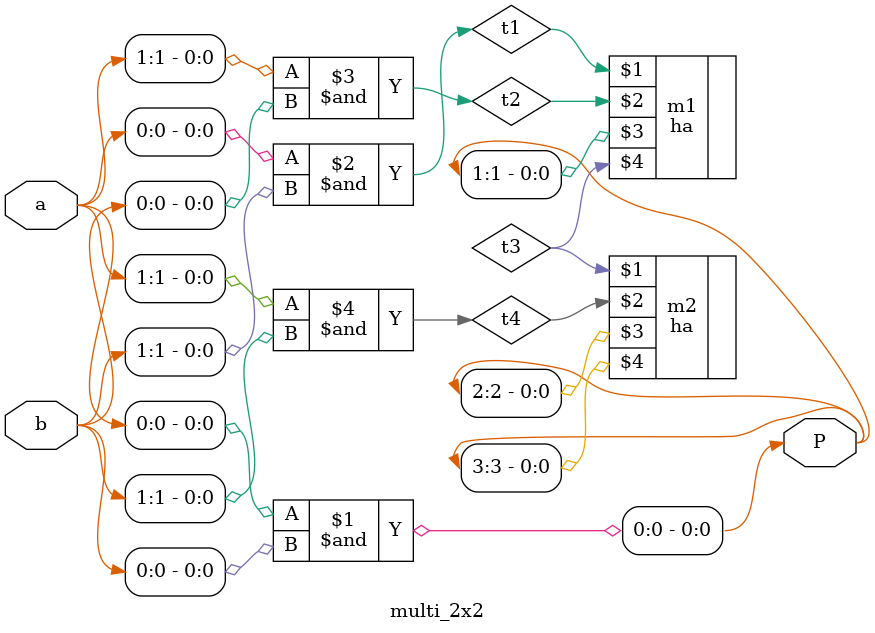
<source format=v>
    module multi_2x2 (
        input [1:0]a,b,
        output [3:0]P
    );

    wire t1,t2,t3,t4;
    assign P[0] = a[0]&b[0];
    assign t1 = a[0]&b[1];
    assign t2 = a[1]&b[0];
    ha m1(t1,t2,P[1],t3);
    assign t4 = a[1]&b[1];
    ha m2(t3,t4,P[2],P[3]);
        
    endmodule
</source>
